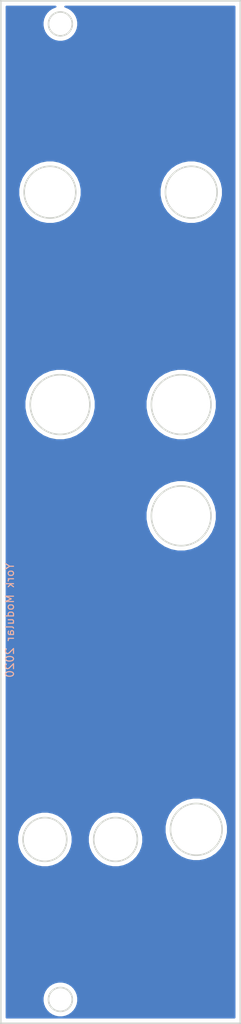
<source format=kicad_pcb>
(kicad_pcb (version 20171130) (host pcbnew 5.1.5-52549c5~84~ubuntu18.04.1)

  (general
    (thickness 1.6)
    (drawings 37)
    (tracks 0)
    (zones 0)
    (modules 0)
    (nets 1)
  )

  (page A4)
  (layers
    (0 F.Cu signal)
    (31 B.Cu signal hide)
    (32 B.Adhes user)
    (33 F.Adhes user)
    (34 B.Paste user)
    (35 F.Paste user)
    (36 B.SilkS user)
    (37 F.SilkS user)
    (38 B.Mask user)
    (39 F.Mask user)
    (40 Dwgs.User user)
    (41 Cmts.User user)
    (42 Eco1.User user)
    (43 Eco2.User user)
    (44 Edge.Cuts user)
    (45 Margin user)
    (46 B.CrtYd user)
    (47 F.CrtYd user)
    (48 B.Fab user)
    (49 F.Fab user)
  )

  (setup
    (last_trace_width 0.25)
    (trace_clearance 0.2)
    (zone_clearance 0.508)
    (zone_45_only no)
    (trace_min 0.2)
    (via_size 0.8)
    (via_drill 0.4)
    (via_min_size 0.4)
    (via_min_drill 0.3)
    (uvia_size 0.3)
    (uvia_drill 0.1)
    (uvias_allowed no)
    (uvia_min_size 0.2)
    (uvia_min_drill 0.1)
    (edge_width 0.05)
    (segment_width 0.2)
    (pcb_text_width 0.3)
    (pcb_text_size 1.5 1.5)
    (mod_edge_width 0.12)
    (mod_text_size 1 1)
    (mod_text_width 0.15)
    (pad_size 1.524 1.524)
    (pad_drill 0.762)
    (pad_to_mask_clearance 0.051)
    (solder_mask_min_width 0.25)
    (aux_axis_origin 0 0)
    (visible_elements FFFFFF7F)
    (pcbplotparams
      (layerselection 0x010fc_ffffffff)
      (usegerberextensions false)
      (usegerberattributes false)
      (usegerberadvancedattributes false)
      (creategerberjobfile false)
      (excludeedgelayer true)
      (linewidth 0.100000)
      (plotframeref false)
      (viasonmask false)
      (mode 1)
      (useauxorigin false)
      (hpglpennumber 1)
      (hpglpenspeed 20)
      (hpglpendiameter 15.000000)
      (psnegative false)
      (psa4output false)
      (plotreference true)
      (plotvalue true)
      (plotinvisibletext false)
      (padsonsilk false)
      (subtractmaskfromsilk false)
      (outputformat 1)
      (mirror false)
      (drillshape 1)
      (scaleselection 1)
      (outputdirectory ""))
  )

  (net 0 "")

  (net_class Default "This is the default net class."
    (clearance 0.2)
    (trace_width 0.25)
    (via_dia 0.8)
    (via_drill 0.4)
    (uvia_dia 0.3)
    (uvia_drill 0.1)
  )

  (gr_text "York Modular 2020" (at 116.2812 102.3239 90) (layer B.SilkS)
    (effects (font (size 1 1) (thickness 0.15)) (justify mirror))
  )
  (gr_text "BAD TRIP VCO+VCF" (at 135.3439 27.3812) (layer F.Mask) (tstamp 5E6E752C)
    (effects (font (size 2.5 1.25) (thickness 0.3125)))
  )
  (gr_text "BAD TRIP VCO+VCF" (at 135.3439 27.3812) (layer F.Cu)
    (effects (font (size 2.5 1.25) (thickness 0.3125)))
  )
  (gr_text OUT (at 139.8524 137.2616) (layer F.Mask) (tstamp 5E6E74AC)
    (effects (font (size 2 2) (thickness 0.3)))
  )
  (gr_text Filter (at 129.5781 140.4493 90) (layer F.Mask) (tstamp 5E6E74A9)
    (effects (font (size 2 2) (thickness 0.3)))
  )
  (gr_text Form (at 120.5611 140.0048 90) (layer F.Mask) (tstamp 5E6E74A6)
    (effects (font (size 2 2) (thickness 0.3)))
  )
  (gr_text FBK (at 128.5748 89.1286 90) (layer F.Mask) (tstamp 5E6E7482)
    (effects (font (size 2 2) (thickness 0.3)))
  )
  (gr_text LVL (at 122.5423 66.5099) (layer F.Mask) (tstamp 5E6E7476)
    (effects (font (size 2 2) (thickness 0.3)))
  )
  (gr_text LVL (at 137.8839 66.4972) (layer F.Mask) (tstamp 5E6E7464)
    (effects (font (size 2 2) (thickness 0.3)))
  )
  (gr_text CV (at 139.0396 57.9247) (layer F.Mask) (tstamp 5E6E7438)
    (effects (font (size 2 2) (thickness 0.3)))
  )
  (gr_text CV (at 121.5009 57.9247) (layer F.Mask) (tstamp 5E6E7433)
    (effects (font (size 2 2) (thickness 0.3)))
  )
  (gr_text "VCF\n" (at 139.2809 40.1828) (layer F.Mask) (tstamp 5E6E73EF)
    (effects (font (size 2 2) (thickness 0.3)))
  )
  (gr_text VCO (at 121.5898 40.1828) (layer F.Mask) (tstamp 5E6E7407)
    (effects (font (size 2 2) (thickness 0.3)))
  )
  (gr_text OUT (at 139.8651 137.2616) (layer F.Cu) (tstamp 5E6E731F)
    (effects (font (size 2 2) (thickness 0.3)))
  )
  (gr_text Filter (at 129.5781 140.4493 90) (layer F.Cu) (tstamp 5E6E7319)
    (effects (font (size 2 2) (thickness 0.3)))
  )
  (gr_text Form (at 120.5611 140.0048 90) (layer F.Cu) (tstamp 5E6E7311)
    (effects (font (size 2 2) (thickness 0.3)))
  )
  (gr_text FBK (at 128.5748 89.1286 90) (layer F.Cu) (tstamp 5E6E7308)
    (effects (font (size 2 2) (thickness 0.3)))
  )
  (gr_text LVL (at 137.8839 66.5099) (layer F.Cu) (tstamp 5E6E7301)
    (effects (font (size 2 2) (thickness 0.3)))
  )
  (gr_text LVL (at 122.5423 66.5099) (layer F.Cu) (tstamp 5E6E72FC)
    (effects (font (size 2 2) (thickness 0.3)))
  )
  (gr_text CV (at 139.0396 57.9247) (layer F.Cu) (tstamp 5E6E739A)
    (effects (font (size 2 2) (thickness 0.3)))
  )
  (gr_text CV (at 121.5009 57.9247) (layer F.Cu) (tstamp 5E6E739D)
    (effects (font (size 2 2) (thickness 0.3)))
  )
  (gr_text "VCF\n" (at 139.2809 40.1828) (layer F.Cu) (tstamp 5E6E72EC)
    (effects (font (size 2 2) (thickness 0.3)))
  )
  (gr_text VCO (at 121.5898 40.1828) (layer F.Cu)
    (effects (font (size 2 2) (thickness 0.3)))
  )
  (gr_line (start 145.27732 24.53562) (end 145.27732 152.93562) (layer Edge.Cuts) (width 0.2))
  (gr_line (start 115.13732 24.53562) (end 145.27732 24.53562) (layer Edge.Cuts) (width 0.2))
  (gr_line (start 145.27732 152.93562) (end 115.13732 152.93562) (layer Edge.Cuts) (width 0.2))
  (gr_line (start 115.13732 152.93562) (end 115.13732 24.53562) (layer Edge.Cuts) (width 0.2))
  (gr_circle (center 137.83732 89.20562) (end 141.58732 89.20562) (layer Edge.Cuts) (width 0.2))
  (gr_circle (center 137.83732 75.23562) (end 141.58732 75.23562) (layer Edge.Cuts) (width 0.2))
  (gr_circle (center 122.59732 75.23562) (end 126.34732 75.23562) (layer Edge.Cuts) (width 0.2))
  (gr_circle (center 139.10732 48.56562) (end 142.35732 48.56562) (layer Edge.Cuts) (width 0.2))
  (gr_circle (center 121.32732 48.56562) (end 124.57732 48.56562) (layer Edge.Cuts) (width 0.2))
  (gr_circle (center 122.63732 149.93562) (end 124.13732 149.93562) (layer Edge.Cuts) (width 0.2))
  (gr_circle (center 122.63732 27.43562) (end 124.13732 27.43562) (layer Edge.Cuts) (width 0.2))
  (gr_circle (center 139.73732 128.57562) (end 142.98732 128.57562) (layer Edge.Cuts) (width 0.2))
  (gr_circle (center 129.57732 129.84562) (end 132.327319 129.84562) (layer Edge.Cuts) (width 0.2))
  (gr_circle (center 120.68732 129.84562) (end 123.43732 129.84562) (layer Edge.Cuts) (width 0.2))

  (zone (net 0) (net_name "") (layer B.Cu) (tstamp 0) (hatch edge 0.508)
    (connect_pads (clearance 0.508))
    (min_thickness 0.254)
    (fill yes (arc_segments 32) (thermal_gap 0.508) (thermal_bridge_width 0.508))
    (polygon
      (pts
        (xy 147.955 170.4975) (xy 105.2195 163.6522) (xy 110.6932 21.2471) (xy 150.0886 18.8087)
      )
    )
    (filled_polygon
      (pts
        (xy 121.982728 25.27772) (xy 121.57432 25.446888) (xy 121.206763 25.692481) (xy 120.894181 26.005063) (xy 120.648588 26.37262)
        (xy 120.47942 26.781028) (xy 120.393178 27.214591) (xy 120.393178 27.656649) (xy 120.47942 28.090212) (xy 120.648588 28.49862)
        (xy 120.894181 28.866177) (xy 121.206763 29.178759) (xy 121.57432 29.424352) (xy 121.982728 29.59352) (xy 122.416291 29.679762)
        (xy 122.858349 29.679762) (xy 123.291912 29.59352) (xy 123.70032 29.424352) (xy 124.067877 29.178759) (xy 124.380459 28.866177)
        (xy 124.626052 28.49862) (xy 124.79522 28.090212) (xy 124.881462 27.656649) (xy 124.881462 27.214591) (xy 124.79522 26.781028)
        (xy 124.626052 26.37262) (xy 124.380459 26.005063) (xy 124.067877 25.692481) (xy 123.70032 25.446888) (xy 123.291912 25.27772)
        (xy 123.256218 25.27062) (xy 144.54232 25.27062) (xy 144.542321 152.20062) (xy 115.87232 152.20062) (xy 115.87232 149.714591)
        (xy 120.393178 149.714591) (xy 120.393178 150.156649) (xy 120.47942 150.590212) (xy 120.648588 150.99862) (xy 120.894181 151.366177)
        (xy 121.206763 151.678759) (xy 121.57432 151.924352) (xy 121.982728 152.09352) (xy 122.416291 152.179762) (xy 122.858349 152.179762)
        (xy 123.291912 152.09352) (xy 123.70032 151.924352) (xy 124.067877 151.678759) (xy 124.380459 151.366177) (xy 124.626052 150.99862)
        (xy 124.79522 150.590212) (xy 124.881462 150.156649) (xy 124.881462 149.714591) (xy 124.79522 149.281028) (xy 124.626052 148.87262)
        (xy 124.380459 148.505063) (xy 124.067877 148.192481) (xy 123.70032 147.946888) (xy 123.291912 147.77772) (xy 122.858349 147.691478)
        (xy 122.416291 147.691478) (xy 121.982728 147.77772) (xy 121.57432 147.946888) (xy 121.206763 148.192481) (xy 120.894181 148.505063)
        (xy 120.648588 148.87262) (xy 120.47942 149.281028) (xy 120.393178 149.714591) (xy 115.87232 149.714591) (xy 115.87232 129.50207)
        (xy 117.199198 129.50207) (xy 117.199198 130.18917) (xy 117.333244 130.863068) (xy 117.596186 131.497866) (xy 117.977918 132.069168)
        (xy 118.463772 132.555022) (xy 119.035074 132.936754) (xy 119.669872 133.199696) (xy 120.34377 133.333742) (xy 121.03087 133.333742)
        (xy 121.704768 133.199696) (xy 122.339566 132.936754) (xy 122.910868 132.555022) (xy 123.396722 132.069168) (xy 123.778454 131.497866)
        (xy 124.041396 130.863068) (xy 124.175442 130.18917) (xy 124.175442 129.50207) (xy 126.089199 129.50207) (xy 126.089199 130.18917)
        (xy 126.223245 130.863068) (xy 126.486187 131.497865) (xy 126.867919 132.069168) (xy 127.353772 132.555021) (xy 127.925075 132.936753)
        (xy 128.559872 133.199695) (xy 129.23377 133.333741) (xy 129.92087 133.333741) (xy 130.594768 133.199695) (xy 131.229565 132.936753)
        (xy 131.800868 132.555021) (xy 132.286721 132.069168) (xy 132.668453 131.497865) (xy 132.931395 130.863068) (xy 133.065441 130.18917)
        (xy 133.065441 129.50207) (xy 132.931395 128.828172) (xy 132.668453 128.193375) (xy 132.661562 128.183061) (xy 135.751605 128.183061)
        (xy 135.751605 128.968179) (xy 135.904774 129.73821) (xy 136.205225 130.463564) (xy 136.641413 131.116365) (xy 137.196575 131.671527)
        (xy 137.849376 132.107715) (xy 138.57473 132.408166) (xy 139.344761 132.561335) (xy 140.129879 132.561335) (xy 140.89991 132.408166)
        (xy 141.625264 132.107715) (xy 142.278065 131.671527) (xy 142.833227 131.116365) (xy 143.269415 130.463564) (xy 143.569866 129.73821)
        (xy 143.723035 128.968179) (xy 143.723035 128.183061) (xy 143.569866 127.41303) (xy 143.269415 126.687676) (xy 142.833227 126.034875)
        (xy 142.278065 125.479713) (xy 141.625264 125.043525) (xy 140.89991 124.743074) (xy 140.129879 124.589905) (xy 139.344761 124.589905)
        (xy 138.57473 124.743074) (xy 137.849376 125.043525) (xy 137.196575 125.479713) (xy 136.641413 126.034875) (xy 136.205225 126.687676)
        (xy 135.904774 127.41303) (xy 135.751605 128.183061) (xy 132.661562 128.183061) (xy 132.286721 127.622072) (xy 131.800868 127.136219)
        (xy 131.229565 126.754487) (xy 130.594768 126.491545) (xy 129.92087 126.357499) (xy 129.23377 126.357499) (xy 128.559872 126.491545)
        (xy 127.925075 126.754487) (xy 127.353772 127.136219) (xy 126.867919 127.622072) (xy 126.486187 128.193375) (xy 126.223245 128.828172)
        (xy 126.089199 129.50207) (xy 124.175442 129.50207) (xy 124.041396 128.828172) (xy 123.778454 128.193374) (xy 123.396722 127.622072)
        (xy 122.910868 127.136218) (xy 122.339566 126.754486) (xy 121.704768 126.491544) (xy 121.03087 126.357498) (xy 120.34377 126.357498)
        (xy 119.669872 126.491544) (xy 119.035074 126.754486) (xy 118.463772 127.136218) (xy 117.977918 127.622072) (xy 117.596186 128.193374)
        (xy 117.333244 128.828172) (xy 117.199198 129.50207) (xy 115.87232 129.50207) (xy 115.87232 88.764053) (xy 133.354013 88.764053)
        (xy 133.354013 89.647187) (xy 133.526304 90.513352) (xy 133.864265 91.329262) (xy 134.354908 92.063562) (xy 134.979378 92.688032)
        (xy 135.713678 93.178675) (xy 136.529588 93.516636) (xy 137.395753 93.688927) (xy 138.278887 93.688927) (xy 139.145052 93.516636)
        (xy 139.960962 93.178675) (xy 140.695262 92.688032) (xy 141.319732 92.063562) (xy 141.810375 91.329262) (xy 142.148336 90.513352)
        (xy 142.320627 89.647187) (xy 142.320627 88.764053) (xy 142.148336 87.897888) (xy 141.810375 87.081978) (xy 141.319732 86.347678)
        (xy 140.695262 85.723208) (xy 139.960962 85.232565) (xy 139.145052 84.894604) (xy 138.278887 84.722313) (xy 137.395753 84.722313)
        (xy 136.529588 84.894604) (xy 135.713678 85.232565) (xy 134.979378 85.723208) (xy 134.354908 86.347678) (xy 133.864265 87.081978)
        (xy 133.526304 87.897888) (xy 133.354013 88.764053) (xy 115.87232 88.764053) (xy 115.87232 74.794053) (xy 118.114013 74.794053)
        (xy 118.114013 75.677187) (xy 118.286304 76.543352) (xy 118.624265 77.359262) (xy 119.114908 78.093562) (xy 119.739378 78.718032)
        (xy 120.473678 79.208675) (xy 121.289588 79.546636) (xy 122.155753 79.718927) (xy 123.038887 79.718927) (xy 123.905052 79.546636)
        (xy 124.720962 79.208675) (xy 125.455262 78.718032) (xy 126.079732 78.093562) (xy 126.570375 77.359262) (xy 126.908336 76.543352)
        (xy 127.080627 75.677187) (xy 127.080627 74.794053) (xy 133.354013 74.794053) (xy 133.354013 75.677187) (xy 133.526304 76.543352)
        (xy 133.864265 77.359262) (xy 134.354908 78.093562) (xy 134.979378 78.718032) (xy 135.713678 79.208675) (xy 136.529588 79.546636)
        (xy 137.395753 79.718927) (xy 138.278887 79.718927) (xy 139.145052 79.546636) (xy 139.960962 79.208675) (xy 140.695262 78.718032)
        (xy 141.319732 78.093562) (xy 141.810375 77.359262) (xy 142.148336 76.543352) (xy 142.320627 75.677187) (xy 142.320627 74.794053)
        (xy 142.148336 73.927888) (xy 141.810375 73.111978) (xy 141.319732 72.377678) (xy 140.695262 71.753208) (xy 139.960962 71.262565)
        (xy 139.145052 70.924604) (xy 138.278887 70.752313) (xy 137.395753 70.752313) (xy 136.529588 70.924604) (xy 135.713678 71.262565)
        (xy 134.979378 71.753208) (xy 134.354908 72.377678) (xy 133.864265 73.111978) (xy 133.526304 73.927888) (xy 133.354013 74.794053)
        (xy 127.080627 74.794053) (xy 126.908336 73.927888) (xy 126.570375 73.111978) (xy 126.079732 72.377678) (xy 125.455262 71.753208)
        (xy 124.720962 71.262565) (xy 123.905052 70.924604) (xy 123.038887 70.752313) (xy 122.155753 70.752313) (xy 121.289588 70.924604)
        (xy 120.473678 71.262565) (xy 119.739378 71.753208) (xy 119.114908 72.377678) (xy 118.624265 73.111978) (xy 118.286304 73.927888)
        (xy 118.114013 74.794053) (xy 115.87232 74.794053) (xy 115.87232 48.173061) (xy 117.341605 48.173061) (xy 117.341605 48.958179)
        (xy 117.494774 49.72821) (xy 117.795225 50.453564) (xy 118.231413 51.106365) (xy 118.786575 51.661527) (xy 119.439376 52.097715)
        (xy 120.16473 52.398166) (xy 120.934761 52.551335) (xy 121.719879 52.551335) (xy 122.48991 52.398166) (xy 123.215264 52.097715)
        (xy 123.868065 51.661527) (xy 124.423227 51.106365) (xy 124.859415 50.453564) (xy 125.159866 49.72821) (xy 125.313035 48.958179)
        (xy 125.313035 48.173061) (xy 135.121605 48.173061) (xy 135.121605 48.958179) (xy 135.274774 49.72821) (xy 135.575225 50.453564)
        (xy 136.011413 51.106365) (xy 136.566575 51.661527) (xy 137.219376 52.097715) (xy 137.94473 52.398166) (xy 138.714761 52.551335)
        (xy 139.499879 52.551335) (xy 140.26991 52.398166) (xy 140.995264 52.097715) (xy 141.648065 51.661527) (xy 142.203227 51.106365)
        (xy 142.639415 50.453564) (xy 142.939866 49.72821) (xy 143.093035 48.958179) (xy 143.093035 48.173061) (xy 142.939866 47.40303)
        (xy 142.639415 46.677676) (xy 142.203227 46.024875) (xy 141.648065 45.469713) (xy 140.995264 45.033525) (xy 140.26991 44.733074)
        (xy 139.499879 44.579905) (xy 138.714761 44.579905) (xy 137.94473 44.733074) (xy 137.219376 45.033525) (xy 136.566575 45.469713)
        (xy 136.011413 46.024875) (xy 135.575225 46.677676) (xy 135.274774 47.40303) (xy 135.121605 48.173061) (xy 125.313035 48.173061)
        (xy 125.159866 47.40303) (xy 124.859415 46.677676) (xy 124.423227 46.024875) (xy 123.868065 45.469713) (xy 123.215264 45.033525)
        (xy 122.48991 44.733074) (xy 121.719879 44.579905) (xy 120.934761 44.579905) (xy 120.16473 44.733074) (xy 119.439376 45.033525)
        (xy 118.786575 45.469713) (xy 118.231413 46.024875) (xy 117.795225 46.677676) (xy 117.494774 47.40303) (xy 117.341605 48.173061)
        (xy 115.87232 48.173061) (xy 115.87232 25.27062) (xy 122.018422 25.27062)
      )
    )
  )
)

</source>
